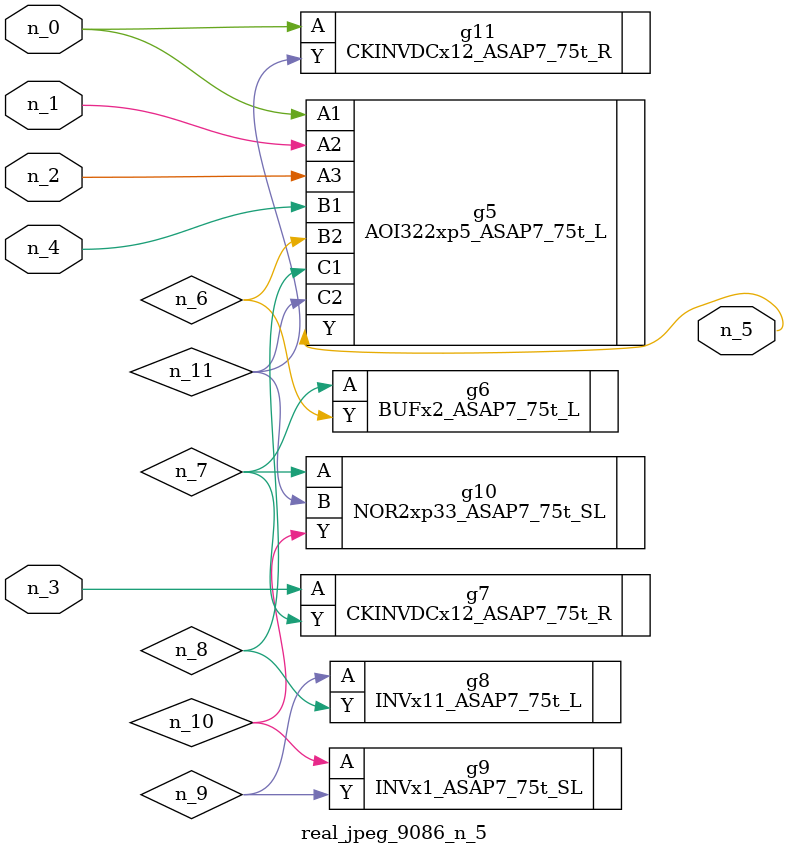
<source format=v>
module real_jpeg_9086_n_5 (n_4, n_0, n_1, n_2, n_3, n_5);

input n_4;
input n_0;
input n_1;
input n_2;
input n_3;

output n_5;

wire n_8;
wire n_11;
wire n_6;
wire n_7;
wire n_10;
wire n_9;

AOI322xp5_ASAP7_75t_L g5 ( 
.A1(n_0),
.A2(n_1),
.A3(n_2),
.B1(n_4),
.B2(n_6),
.C1(n_8),
.C2(n_11),
.Y(n_5)
);

CKINVDCx12_ASAP7_75t_R g11 ( 
.A(n_0),
.Y(n_11)
);

CKINVDCx12_ASAP7_75t_R g7 ( 
.A(n_3),
.Y(n_7)
);

BUFx2_ASAP7_75t_L g6 ( 
.A(n_7),
.Y(n_6)
);

NOR2xp33_ASAP7_75t_SL g10 ( 
.A(n_7),
.B(n_11),
.Y(n_10)
);

INVx11_ASAP7_75t_L g8 ( 
.A(n_9),
.Y(n_8)
);

INVx1_ASAP7_75t_SL g9 ( 
.A(n_10),
.Y(n_9)
);


endmodule
</source>
